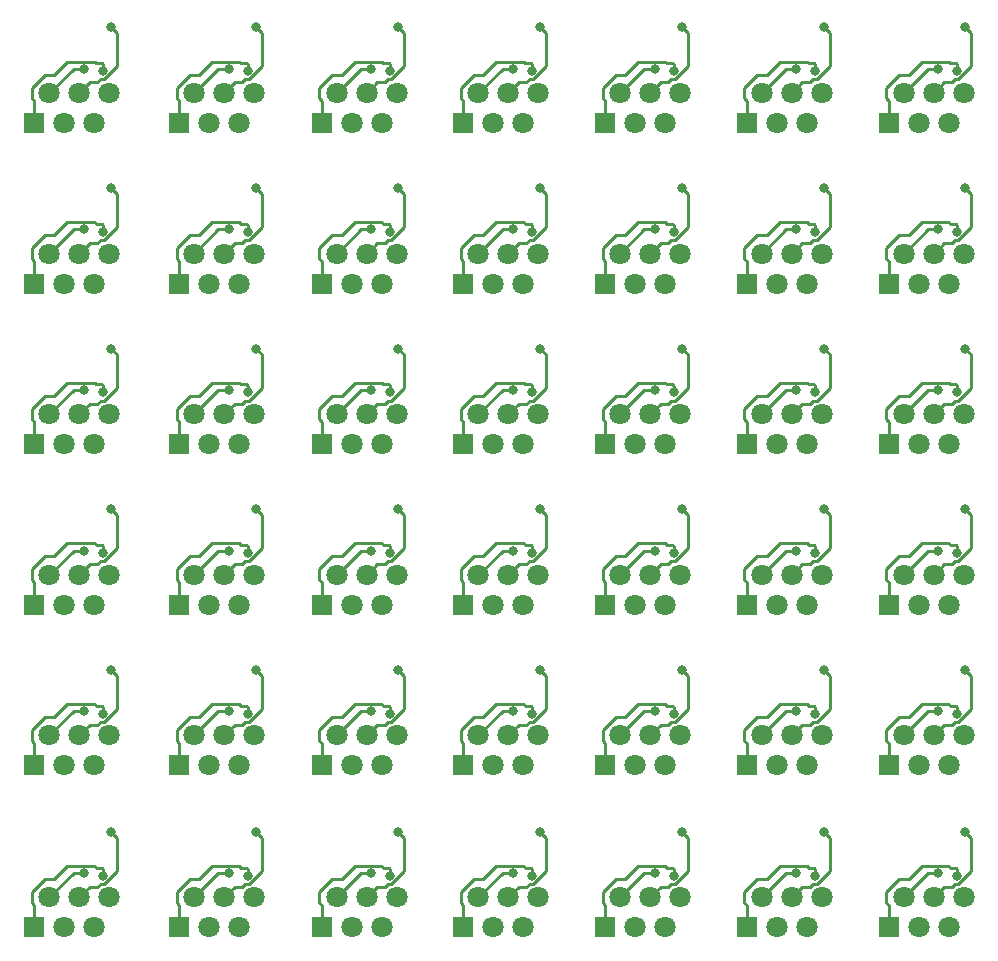
<source format=gbr>
G04 #@! TF.GenerationSoftware,KiCad,Pcbnew,5.0.2-bee76a0~70~ubuntu18.04.1*
G04 #@! TF.CreationDate,2019-05-10T19:11:01+02:00*
G04 #@! TF.ProjectId,spi_connector_board_5x5_panel,7370695f-636f-46e6-9e65-63746f725f62,rev?*
G04 #@! TF.SameCoordinates,Original*
G04 #@! TF.FileFunction,Copper,L2,Bot*
G04 #@! TF.FilePolarity,Positive*
%FSLAX46Y46*%
G04 Gerber Fmt 4.6, Leading zero omitted, Abs format (unit mm)*
G04 Created by KiCad (PCBNEW 5.0.2-bee76a0~70~ubuntu18.04.1) date Fr 10 Mai 2019 19:11:01 CEST*
%MOMM*%
%LPD*%
G01*
G04 APERTURE LIST*
G04 #@! TA.AperFunction,ComponentPad*
%ADD10C,1.800000*%
G04 #@! TD*
G04 #@! TA.AperFunction,ComponentPad*
%ADD11R,1.800000X1.800000*%
G04 #@! TD*
G04 #@! TA.AperFunction,ViaPad*
%ADD12C,0.800000*%
G04 #@! TD*
G04 #@! TA.AperFunction,Conductor*
%ADD13C,0.250000*%
G04 #@! TD*
G04 APERTURE END LIST*
D10*
G04 #@! TO.P,REF\002A\002A,6*
G04 #@! TO.N,N/C*
X104172500Y-92991500D03*
G04 #@! TO.P,REF\002A\002A,5*
X102902500Y-95531500D03*
D11*
G04 #@! TO.P,REF\002A\002A,1*
X97822500Y-95531500D03*
D10*
G04 #@! TO.P,REF\002A\002A,2*
X99092500Y-92991500D03*
G04 #@! TO.P,REF\002A\002A,3*
X100362500Y-95531500D03*
G04 #@! TO.P,REF\002A\002A,4*
X101632500Y-92991500D03*
G04 #@! TD*
G04 #@! TO.P,REF\002A\002A,4*
G04 #@! TO.N,N/C*
X101632500Y-65791500D03*
G04 #@! TO.P,REF\002A\002A,3*
X100362500Y-68331500D03*
G04 #@! TO.P,REF\002A\002A,2*
X99092500Y-65791500D03*
D11*
G04 #@! TO.P,REF\002A\002A,1*
X97822500Y-68331500D03*
D10*
G04 #@! TO.P,REF\002A\002A,5*
X102902500Y-68331500D03*
G04 #@! TO.P,REF\002A\002A,6*
X104172500Y-65791500D03*
G04 #@! TD*
G04 #@! TO.P,REF\002A\002A,4*
G04 #@! TO.N,N/C*
X101632500Y-133907500D03*
G04 #@! TO.P,REF\002A\002A,3*
X100362500Y-136447500D03*
G04 #@! TO.P,REF\002A\002A,2*
X99092500Y-133907500D03*
D11*
G04 #@! TO.P,REF\002A\002A,1*
X97822500Y-136447500D03*
D10*
G04 #@! TO.P,REF\002A\002A,5*
X102902500Y-136447500D03*
G04 #@! TO.P,REF\002A\002A,6*
X104172500Y-133907500D03*
G04 #@! TD*
G04 #@! TO.P,REF\002A\002A,6*
G04 #@! TO.N,N/C*
X104172500Y-106591500D03*
G04 #@! TO.P,REF\002A\002A,5*
X102902500Y-109131500D03*
D11*
G04 #@! TO.P,REF\002A\002A,1*
X97822500Y-109131500D03*
D10*
G04 #@! TO.P,REF\002A\002A,2*
X99092500Y-106591500D03*
G04 #@! TO.P,REF\002A\002A,3*
X100362500Y-109131500D03*
G04 #@! TO.P,REF\002A\002A,4*
X101632500Y-106591500D03*
G04 #@! TD*
G04 #@! TO.P,REF\002A\002A,6*
G04 #@! TO.N,N/C*
X104172500Y-120191500D03*
G04 #@! TO.P,REF\002A\002A,5*
X102902500Y-122731500D03*
D11*
G04 #@! TO.P,REF\002A\002A,1*
X97822500Y-122731500D03*
D10*
G04 #@! TO.P,REF\002A\002A,2*
X99092500Y-120191500D03*
G04 #@! TO.P,REF\002A\002A,3*
X100362500Y-122731500D03*
G04 #@! TO.P,REF\002A\002A,4*
X101632500Y-120191500D03*
G04 #@! TD*
G04 #@! TO.P,REF\002A\002A,6*
G04 #@! TO.N,N/C*
X104172500Y-79391500D03*
G04 #@! TO.P,REF\002A\002A,5*
X102902500Y-81931500D03*
D11*
G04 #@! TO.P,REF\002A\002A,1*
X97822500Y-81931500D03*
D10*
G04 #@! TO.P,REF\002A\002A,2*
X99092500Y-79391500D03*
G04 #@! TO.P,REF\002A\002A,3*
X100362500Y-81931500D03*
G04 #@! TO.P,REF\002A\002A,4*
X101632500Y-79391500D03*
G04 #@! TD*
G04 #@! TO.P,REF\002A\002A,4*
G04 #@! TO.N,N/C*
X137953000Y-133907500D03*
G04 #@! TO.P,REF\002A\002A,3*
X136683000Y-136447500D03*
G04 #@! TO.P,REF\002A\002A,2*
X135413000Y-133907500D03*
D11*
G04 #@! TO.P,REF\002A\002A,1*
X134143000Y-136447500D03*
D10*
G04 #@! TO.P,REF\002A\002A,5*
X139223000Y-136447500D03*
G04 #@! TO.P,REF\002A\002A,6*
X140493000Y-133907500D03*
G04 #@! TD*
G04 #@! TO.P,REF\002A\002A,4*
G04 #@! TO.N,N/C*
X125953000Y-133907500D03*
G04 #@! TO.P,REF\002A\002A,3*
X124683000Y-136447500D03*
G04 #@! TO.P,REF\002A\002A,2*
X123413000Y-133907500D03*
D11*
G04 #@! TO.P,REF\002A\002A,1*
X122143000Y-136447500D03*
D10*
G04 #@! TO.P,REF\002A\002A,5*
X127223000Y-136447500D03*
G04 #@! TO.P,REF\002A\002A,6*
X128493000Y-133907500D03*
G04 #@! TD*
G04 #@! TO.P,REF\002A\002A,4*
G04 #@! TO.N,N/C*
X161953000Y-133907500D03*
G04 #@! TO.P,REF\002A\002A,3*
X160683000Y-136447500D03*
G04 #@! TO.P,REF\002A\002A,2*
X159413000Y-133907500D03*
D11*
G04 #@! TO.P,REF\002A\002A,1*
X158143000Y-136447500D03*
D10*
G04 #@! TO.P,REF\002A\002A,5*
X163223000Y-136447500D03*
G04 #@! TO.P,REF\002A\002A,6*
X164493000Y-133907500D03*
G04 #@! TD*
G04 #@! TO.P,REF\002A\002A,4*
G04 #@! TO.N,N/C*
X149953000Y-133907500D03*
G04 #@! TO.P,REF\002A\002A,3*
X148683000Y-136447500D03*
G04 #@! TO.P,REF\002A\002A,2*
X147413000Y-133907500D03*
D11*
G04 #@! TO.P,REF\002A\002A,1*
X146143000Y-136447500D03*
D10*
G04 #@! TO.P,REF\002A\002A,5*
X151223000Y-136447500D03*
G04 #@! TO.P,REF\002A\002A,6*
X152493000Y-133907500D03*
G04 #@! TD*
G04 #@! TO.P,REF\002A\002A,4*
G04 #@! TO.N,N/C*
X173953000Y-133907500D03*
G04 #@! TO.P,REF\002A\002A,3*
X172683000Y-136447500D03*
G04 #@! TO.P,REF\002A\002A,2*
X171413000Y-133907500D03*
D11*
G04 #@! TO.P,REF\002A\002A,1*
X170143000Y-136447500D03*
D10*
G04 #@! TO.P,REF\002A\002A,5*
X175223000Y-136447500D03*
G04 #@! TO.P,REF\002A\002A,6*
X176493000Y-133907500D03*
G04 #@! TD*
G04 #@! TO.P,REF\002A\002A,6*
G04 #@! TO.N,N/C*
X116428000Y-133907500D03*
G04 #@! TO.P,REF\002A\002A,5*
X115158000Y-136447500D03*
D11*
G04 #@! TO.P,REF\002A\002A,1*
X110078000Y-136447500D03*
D10*
G04 #@! TO.P,REF\002A\002A,2*
X111348000Y-133907500D03*
G04 #@! TO.P,REF\002A\002A,3*
X112618000Y-136447500D03*
G04 #@! TO.P,REF\002A\002A,4*
X113888000Y-133907500D03*
G04 #@! TD*
G04 #@! TO.P,REF\002A\002A,6*
G04 #@! TO.N,N/C*
X116428000Y-65791500D03*
G04 #@! TO.P,REF\002A\002A,5*
X115158000Y-68331500D03*
D11*
G04 #@! TO.P,REF\002A\002A,1*
X110078000Y-68331500D03*
D10*
G04 #@! TO.P,REF\002A\002A,2*
X111348000Y-65791500D03*
G04 #@! TO.P,REF\002A\002A,3*
X112618000Y-68331500D03*
G04 #@! TO.P,REF\002A\002A,4*
X113888000Y-65791500D03*
G04 #@! TD*
G04 #@! TO.P,REF\002A\002A,4*
G04 #@! TO.N,N/C*
X113888000Y-120191500D03*
G04 #@! TO.P,REF\002A\002A,3*
X112618000Y-122731500D03*
G04 #@! TO.P,REF\002A\002A,2*
X111348000Y-120191500D03*
D11*
G04 #@! TO.P,REF\002A\002A,1*
X110078000Y-122731500D03*
D10*
G04 #@! TO.P,REF\002A\002A,5*
X115158000Y-122731500D03*
G04 #@! TO.P,REF\002A\002A,6*
X116428000Y-120191500D03*
G04 #@! TD*
G04 #@! TO.P,REF\002A\002A,4*
G04 #@! TO.N,N/C*
X113888000Y-79391500D03*
G04 #@! TO.P,REF\002A\002A,3*
X112618000Y-81931500D03*
G04 #@! TO.P,REF\002A\002A,2*
X111348000Y-79391500D03*
D11*
G04 #@! TO.P,REF\002A\002A,1*
X110078000Y-81931500D03*
D10*
G04 #@! TO.P,REF\002A\002A,5*
X115158000Y-81931500D03*
G04 #@! TO.P,REF\002A\002A,6*
X116428000Y-79391500D03*
G04 #@! TD*
G04 #@! TO.P,REF\002A\002A,4*
G04 #@! TO.N,N/C*
X113888000Y-92991500D03*
G04 #@! TO.P,REF\002A\002A,3*
X112618000Y-95531500D03*
G04 #@! TO.P,REF\002A\002A,2*
X111348000Y-92991500D03*
D11*
G04 #@! TO.P,REF\002A\002A,1*
X110078000Y-95531500D03*
D10*
G04 #@! TO.P,REF\002A\002A,5*
X115158000Y-95531500D03*
G04 #@! TO.P,REF\002A\002A,6*
X116428000Y-92991500D03*
G04 #@! TD*
G04 #@! TO.P,REF\002A\002A,4*
G04 #@! TO.N,N/C*
X113888000Y-106591500D03*
G04 #@! TO.P,REF\002A\002A,3*
X112618000Y-109131500D03*
G04 #@! TO.P,REF\002A\002A,2*
X111348000Y-106591500D03*
D11*
G04 #@! TO.P,REF\002A\002A,1*
X110078000Y-109131500D03*
D10*
G04 #@! TO.P,REF\002A\002A,5*
X115158000Y-109131500D03*
G04 #@! TO.P,REF\002A\002A,6*
X116428000Y-106591500D03*
G04 #@! TD*
G04 #@! TO.P,REF\002A\002A,6*
G04 #@! TO.N,N/C*
X176493000Y-120191500D03*
G04 #@! TO.P,REF\002A\002A,5*
X175223000Y-122731500D03*
D11*
G04 #@! TO.P,REF\002A\002A,1*
X170143000Y-122731500D03*
D10*
G04 #@! TO.P,REF\002A\002A,2*
X171413000Y-120191500D03*
G04 #@! TO.P,REF\002A\002A,3*
X172683000Y-122731500D03*
G04 #@! TO.P,REF\002A\002A,4*
X173953000Y-120191500D03*
G04 #@! TD*
G04 #@! TO.P,REF\002A\002A,6*
G04 #@! TO.N,N/C*
X164493000Y-120191500D03*
G04 #@! TO.P,REF\002A\002A,5*
X163223000Y-122731500D03*
D11*
G04 #@! TO.P,REF\002A\002A,1*
X158143000Y-122731500D03*
D10*
G04 #@! TO.P,REF\002A\002A,2*
X159413000Y-120191500D03*
G04 #@! TO.P,REF\002A\002A,3*
X160683000Y-122731500D03*
G04 #@! TO.P,REF\002A\002A,4*
X161953000Y-120191500D03*
G04 #@! TD*
G04 #@! TO.P,REF\002A\002A,6*
G04 #@! TO.N,N/C*
X152493000Y-120191500D03*
G04 #@! TO.P,REF\002A\002A,5*
X151223000Y-122731500D03*
D11*
G04 #@! TO.P,REF\002A\002A,1*
X146143000Y-122731500D03*
D10*
G04 #@! TO.P,REF\002A\002A,2*
X147413000Y-120191500D03*
G04 #@! TO.P,REF\002A\002A,3*
X148683000Y-122731500D03*
G04 #@! TO.P,REF\002A\002A,4*
X149953000Y-120191500D03*
G04 #@! TD*
G04 #@! TO.P,REF\002A\002A,6*
G04 #@! TO.N,N/C*
X140493000Y-120191500D03*
G04 #@! TO.P,REF\002A\002A,5*
X139223000Y-122731500D03*
D11*
G04 #@! TO.P,REF\002A\002A,1*
X134143000Y-122731500D03*
D10*
G04 #@! TO.P,REF\002A\002A,2*
X135413000Y-120191500D03*
G04 #@! TO.P,REF\002A\002A,3*
X136683000Y-122731500D03*
G04 #@! TO.P,REF\002A\002A,4*
X137953000Y-120191500D03*
G04 #@! TD*
G04 #@! TO.P,REF\002A\002A,6*
G04 #@! TO.N,N/C*
X128493000Y-120191500D03*
G04 #@! TO.P,REF\002A\002A,5*
X127223000Y-122731500D03*
D11*
G04 #@! TO.P,REF\002A\002A,1*
X122143000Y-122731500D03*
D10*
G04 #@! TO.P,REF\002A\002A,2*
X123413000Y-120191500D03*
G04 #@! TO.P,REF\002A\002A,3*
X124683000Y-122731500D03*
G04 #@! TO.P,REF\002A\002A,4*
X125953000Y-120191500D03*
G04 #@! TD*
G04 #@! TO.P,REF\002A\002A,6*
G04 #@! TO.N,N/C*
X176493000Y-106591500D03*
G04 #@! TO.P,REF\002A\002A,5*
X175223000Y-109131500D03*
D11*
G04 #@! TO.P,REF\002A\002A,1*
X170143000Y-109131500D03*
D10*
G04 #@! TO.P,REF\002A\002A,2*
X171413000Y-106591500D03*
G04 #@! TO.P,REF\002A\002A,3*
X172683000Y-109131500D03*
G04 #@! TO.P,REF\002A\002A,4*
X173953000Y-106591500D03*
G04 #@! TD*
G04 #@! TO.P,REF\002A\002A,6*
G04 #@! TO.N,N/C*
X164493000Y-106591500D03*
G04 #@! TO.P,REF\002A\002A,5*
X163223000Y-109131500D03*
D11*
G04 #@! TO.P,REF\002A\002A,1*
X158143000Y-109131500D03*
D10*
G04 #@! TO.P,REF\002A\002A,2*
X159413000Y-106591500D03*
G04 #@! TO.P,REF\002A\002A,3*
X160683000Y-109131500D03*
G04 #@! TO.P,REF\002A\002A,4*
X161953000Y-106591500D03*
G04 #@! TD*
G04 #@! TO.P,REF\002A\002A,6*
G04 #@! TO.N,N/C*
X152493000Y-106591500D03*
G04 #@! TO.P,REF\002A\002A,5*
X151223000Y-109131500D03*
D11*
G04 #@! TO.P,REF\002A\002A,1*
X146143000Y-109131500D03*
D10*
G04 #@! TO.P,REF\002A\002A,2*
X147413000Y-106591500D03*
G04 #@! TO.P,REF\002A\002A,3*
X148683000Y-109131500D03*
G04 #@! TO.P,REF\002A\002A,4*
X149953000Y-106591500D03*
G04 #@! TD*
G04 #@! TO.P,REF\002A\002A,6*
G04 #@! TO.N,N/C*
X140493000Y-106591500D03*
G04 #@! TO.P,REF\002A\002A,5*
X139223000Y-109131500D03*
D11*
G04 #@! TO.P,REF\002A\002A,1*
X134143000Y-109131500D03*
D10*
G04 #@! TO.P,REF\002A\002A,2*
X135413000Y-106591500D03*
G04 #@! TO.P,REF\002A\002A,3*
X136683000Y-109131500D03*
G04 #@! TO.P,REF\002A\002A,4*
X137953000Y-106591500D03*
G04 #@! TD*
G04 #@! TO.P,REF\002A\002A,6*
G04 #@! TO.N,N/C*
X128493000Y-106591500D03*
G04 #@! TO.P,REF\002A\002A,5*
X127223000Y-109131500D03*
D11*
G04 #@! TO.P,REF\002A\002A,1*
X122143000Y-109131500D03*
D10*
G04 #@! TO.P,REF\002A\002A,2*
X123413000Y-106591500D03*
G04 #@! TO.P,REF\002A\002A,3*
X124683000Y-109131500D03*
G04 #@! TO.P,REF\002A\002A,4*
X125953000Y-106591500D03*
G04 #@! TD*
G04 #@! TO.P,REF\002A\002A,6*
G04 #@! TO.N,N/C*
X176493000Y-92991500D03*
G04 #@! TO.P,REF\002A\002A,5*
X175223000Y-95531500D03*
D11*
G04 #@! TO.P,REF\002A\002A,1*
X170143000Y-95531500D03*
D10*
G04 #@! TO.P,REF\002A\002A,2*
X171413000Y-92991500D03*
G04 #@! TO.P,REF\002A\002A,3*
X172683000Y-95531500D03*
G04 #@! TO.P,REF\002A\002A,4*
X173953000Y-92991500D03*
G04 #@! TD*
G04 #@! TO.P,REF\002A\002A,6*
G04 #@! TO.N,N/C*
X164493000Y-92991500D03*
G04 #@! TO.P,REF\002A\002A,5*
X163223000Y-95531500D03*
D11*
G04 #@! TO.P,REF\002A\002A,1*
X158143000Y-95531500D03*
D10*
G04 #@! TO.P,REF\002A\002A,2*
X159413000Y-92991500D03*
G04 #@! TO.P,REF\002A\002A,3*
X160683000Y-95531500D03*
G04 #@! TO.P,REF\002A\002A,4*
X161953000Y-92991500D03*
G04 #@! TD*
G04 #@! TO.P,REF\002A\002A,6*
G04 #@! TO.N,N/C*
X152493000Y-92991500D03*
G04 #@! TO.P,REF\002A\002A,5*
X151223000Y-95531500D03*
D11*
G04 #@! TO.P,REF\002A\002A,1*
X146143000Y-95531500D03*
D10*
G04 #@! TO.P,REF\002A\002A,2*
X147413000Y-92991500D03*
G04 #@! TO.P,REF\002A\002A,3*
X148683000Y-95531500D03*
G04 #@! TO.P,REF\002A\002A,4*
X149953000Y-92991500D03*
G04 #@! TD*
G04 #@! TO.P,REF\002A\002A,6*
G04 #@! TO.N,N/C*
X140493000Y-92991500D03*
G04 #@! TO.P,REF\002A\002A,5*
X139223000Y-95531500D03*
D11*
G04 #@! TO.P,REF\002A\002A,1*
X134143000Y-95531500D03*
D10*
G04 #@! TO.P,REF\002A\002A,2*
X135413000Y-92991500D03*
G04 #@! TO.P,REF\002A\002A,3*
X136683000Y-95531500D03*
G04 #@! TO.P,REF\002A\002A,4*
X137953000Y-92991500D03*
G04 #@! TD*
G04 #@! TO.P,REF\002A\002A,6*
G04 #@! TO.N,N/C*
X128493000Y-92991500D03*
G04 #@! TO.P,REF\002A\002A,5*
X127223000Y-95531500D03*
D11*
G04 #@! TO.P,REF\002A\002A,1*
X122143000Y-95531500D03*
D10*
G04 #@! TO.P,REF\002A\002A,2*
X123413000Y-92991500D03*
G04 #@! TO.P,REF\002A\002A,3*
X124683000Y-95531500D03*
G04 #@! TO.P,REF\002A\002A,4*
X125953000Y-92991500D03*
G04 #@! TD*
G04 #@! TO.P,REF\002A\002A,6*
G04 #@! TO.N,N/C*
X176493000Y-79391500D03*
G04 #@! TO.P,REF\002A\002A,5*
X175223000Y-81931500D03*
D11*
G04 #@! TO.P,REF\002A\002A,1*
X170143000Y-81931500D03*
D10*
G04 #@! TO.P,REF\002A\002A,2*
X171413000Y-79391500D03*
G04 #@! TO.P,REF\002A\002A,3*
X172683000Y-81931500D03*
G04 #@! TO.P,REF\002A\002A,4*
X173953000Y-79391500D03*
G04 #@! TD*
G04 #@! TO.P,REF\002A\002A,6*
G04 #@! TO.N,N/C*
X164493000Y-79391500D03*
G04 #@! TO.P,REF\002A\002A,5*
X163223000Y-81931500D03*
D11*
G04 #@! TO.P,REF\002A\002A,1*
X158143000Y-81931500D03*
D10*
G04 #@! TO.P,REF\002A\002A,2*
X159413000Y-79391500D03*
G04 #@! TO.P,REF\002A\002A,3*
X160683000Y-81931500D03*
G04 #@! TO.P,REF\002A\002A,4*
X161953000Y-79391500D03*
G04 #@! TD*
G04 #@! TO.P,REF\002A\002A,6*
G04 #@! TO.N,N/C*
X152493000Y-79391500D03*
G04 #@! TO.P,REF\002A\002A,5*
X151223000Y-81931500D03*
D11*
G04 #@! TO.P,REF\002A\002A,1*
X146143000Y-81931500D03*
D10*
G04 #@! TO.P,REF\002A\002A,2*
X147413000Y-79391500D03*
G04 #@! TO.P,REF\002A\002A,3*
X148683000Y-81931500D03*
G04 #@! TO.P,REF\002A\002A,4*
X149953000Y-79391500D03*
G04 #@! TD*
G04 #@! TO.P,REF\002A\002A,6*
G04 #@! TO.N,N/C*
X140493000Y-79391500D03*
G04 #@! TO.P,REF\002A\002A,5*
X139223000Y-81931500D03*
D11*
G04 #@! TO.P,REF\002A\002A,1*
X134143000Y-81931500D03*
D10*
G04 #@! TO.P,REF\002A\002A,2*
X135413000Y-79391500D03*
G04 #@! TO.P,REF\002A\002A,3*
X136683000Y-81931500D03*
G04 #@! TO.P,REF\002A\002A,4*
X137953000Y-79391500D03*
G04 #@! TD*
G04 #@! TO.P,REF\002A\002A,6*
G04 #@! TO.N,N/C*
X128493000Y-79391500D03*
G04 #@! TO.P,REF\002A\002A,5*
X127223000Y-81931500D03*
D11*
G04 #@! TO.P,REF\002A\002A,1*
X122143000Y-81931500D03*
D10*
G04 #@! TO.P,REF\002A\002A,2*
X123413000Y-79391500D03*
G04 #@! TO.P,REF\002A\002A,3*
X124683000Y-81931500D03*
G04 #@! TO.P,REF\002A\002A,4*
X125953000Y-79391500D03*
G04 #@! TD*
G04 #@! TO.P,REF\002A\002A,6*
G04 #@! TO.N,N/C*
X176493000Y-65791500D03*
G04 #@! TO.P,REF\002A\002A,5*
X175223000Y-68331500D03*
D11*
G04 #@! TO.P,REF\002A\002A,1*
X170143000Y-68331500D03*
D10*
G04 #@! TO.P,REF\002A\002A,2*
X171413000Y-65791500D03*
G04 #@! TO.P,REF\002A\002A,3*
X172683000Y-68331500D03*
G04 #@! TO.P,REF\002A\002A,4*
X173953000Y-65791500D03*
G04 #@! TD*
G04 #@! TO.P,REF\002A\002A,6*
G04 #@! TO.N,N/C*
X164493000Y-65791500D03*
G04 #@! TO.P,REF\002A\002A,5*
X163223000Y-68331500D03*
D11*
G04 #@! TO.P,REF\002A\002A,1*
X158143000Y-68331500D03*
D10*
G04 #@! TO.P,REF\002A\002A,2*
X159413000Y-65791500D03*
G04 #@! TO.P,REF\002A\002A,3*
X160683000Y-68331500D03*
G04 #@! TO.P,REF\002A\002A,4*
X161953000Y-65791500D03*
G04 #@! TD*
G04 #@! TO.P,REF\002A\002A,6*
G04 #@! TO.N,N/C*
X152493000Y-65791500D03*
G04 #@! TO.P,REF\002A\002A,5*
X151223000Y-68331500D03*
D11*
G04 #@! TO.P,REF\002A\002A,1*
X146143000Y-68331500D03*
D10*
G04 #@! TO.P,REF\002A\002A,2*
X147413000Y-65791500D03*
G04 #@! TO.P,REF\002A\002A,3*
X148683000Y-68331500D03*
G04 #@! TO.P,REF\002A\002A,4*
X149953000Y-65791500D03*
G04 #@! TD*
G04 #@! TO.P,REF\002A\002A,6*
G04 #@! TO.N,N/C*
X140493000Y-65791500D03*
G04 #@! TO.P,REF\002A\002A,5*
X139223000Y-68331500D03*
D11*
G04 #@! TO.P,REF\002A\002A,1*
X134143000Y-68331500D03*
D10*
G04 #@! TO.P,REF\002A\002A,2*
X135413000Y-65791500D03*
G04 #@! TO.P,REF\002A\002A,3*
X136683000Y-68331500D03*
G04 #@! TO.P,REF\002A\002A,4*
X137953000Y-65791500D03*
G04 #@! TD*
G04 #@! TO.P,REF\002A\002A,4*
G04 #@! TO.N,N/C*
X125953000Y-65791500D03*
G04 #@! TO.P,REF\002A\002A,3*
X124683000Y-68331500D03*
G04 #@! TO.P,REF\002A\002A,2*
X123413000Y-65791500D03*
D11*
G04 #@! TO.P,REF\002A\002A,1*
X122143000Y-68331500D03*
D10*
G04 #@! TO.P,REF\002A\002A,5*
X127223000Y-68331500D03*
G04 #@! TO.P,REF\002A\002A,6*
X128493000Y-65791500D03*
G04 #@! TD*
D12*
G04 #@! TO.N,*
X126343000Y-63731500D03*
X127943000Y-63931500D03*
X128643000Y-60231500D03*
X140643000Y-60231500D03*
X152643000Y-60231500D03*
X164643000Y-60231500D03*
X176643000Y-60231500D03*
X128643000Y-73831500D03*
X140643000Y-73831500D03*
X152643000Y-73831500D03*
X164643000Y-73831500D03*
X176643000Y-73831500D03*
X128643000Y-87431500D03*
X140643000Y-87431500D03*
X152643000Y-87431500D03*
X164643000Y-87431500D03*
X176643000Y-87431500D03*
X128643000Y-101031500D03*
X140643000Y-101031500D03*
X152643000Y-101031500D03*
X164643000Y-101031500D03*
X176643000Y-101031500D03*
X128643000Y-114631500D03*
X140643000Y-114631500D03*
X152643000Y-114631500D03*
X164643000Y-114631500D03*
X176643000Y-114631500D03*
X139943000Y-63931500D03*
X151943000Y-63931500D03*
X163943000Y-63931500D03*
X175943000Y-63931500D03*
X127943000Y-77531500D03*
X139943000Y-77531500D03*
X151943000Y-77531500D03*
X163943000Y-77531500D03*
X175943000Y-77531500D03*
X127943000Y-91131500D03*
X139943000Y-91131500D03*
X151943000Y-91131500D03*
X163943000Y-91131500D03*
X175943000Y-91131500D03*
X127943000Y-104731500D03*
X139943000Y-104731500D03*
X151943000Y-104731500D03*
X163943000Y-104731500D03*
X175943000Y-104731500D03*
X127943000Y-118331500D03*
X139943000Y-118331500D03*
X151943000Y-118331500D03*
X163943000Y-118331500D03*
X175943000Y-118331500D03*
X138343000Y-63731500D03*
X150343000Y-63731500D03*
X162343000Y-63731500D03*
X174343000Y-63731500D03*
X126343000Y-77331500D03*
X138343000Y-77331500D03*
X150343000Y-77331500D03*
X162343000Y-77331500D03*
X174343000Y-77331500D03*
X126343000Y-90931500D03*
X138343000Y-90931500D03*
X150343000Y-90931500D03*
X162343000Y-90931500D03*
X174343000Y-90931500D03*
X126343000Y-104531500D03*
X138343000Y-104531500D03*
X150343000Y-104531500D03*
X162343000Y-104531500D03*
X174343000Y-104531500D03*
X126343000Y-118131500D03*
X138343000Y-118131500D03*
X150343000Y-118131500D03*
X162343000Y-118131500D03*
X174343000Y-118131500D03*
X115878000Y-104731500D03*
X115878000Y-91131500D03*
X116578000Y-114631500D03*
X116578000Y-101031500D03*
X116578000Y-87431500D03*
X116578000Y-73831500D03*
X115878000Y-118331500D03*
X115878000Y-77531500D03*
X116578000Y-60231500D03*
X115878000Y-63931500D03*
X114278000Y-77331500D03*
X114278000Y-90931500D03*
X114278000Y-104531500D03*
X114278000Y-118131500D03*
X114278000Y-63731500D03*
X176643000Y-128347500D03*
X152643000Y-128347500D03*
X164643000Y-128347500D03*
X128643000Y-128347500D03*
X140643000Y-128347500D03*
X175943000Y-132047500D03*
X151943000Y-132047500D03*
X163943000Y-132047500D03*
X127943000Y-132047500D03*
X139943000Y-132047500D03*
X126343000Y-131847500D03*
X138343000Y-131847500D03*
X150343000Y-131847500D03*
X162343000Y-131847500D03*
X174343000Y-131847500D03*
X114278000Y-131847500D03*
X115878000Y-132047500D03*
X116578000Y-128347500D03*
X104322500Y-101031500D03*
X102022500Y-104531500D03*
X102022500Y-90931500D03*
X104322500Y-87431500D03*
X102022500Y-77331500D03*
X103622500Y-63931500D03*
X103622500Y-132047500D03*
X104322500Y-73831500D03*
X102022500Y-131847500D03*
X102022500Y-118131500D03*
X103622500Y-77531500D03*
X102022500Y-63731500D03*
X104322500Y-128347500D03*
X103622500Y-104731500D03*
X103622500Y-118331500D03*
X104322500Y-60231500D03*
X104322500Y-114631500D03*
X103622500Y-91131500D03*
G04 #@! TD*
D13*
G04 #@! TO.N,*
X125473000Y-63731500D02*
X123413000Y-65791500D01*
X126343000Y-63731500D02*
X125473000Y-63731500D01*
X127943000Y-63365815D02*
X127843000Y-63265815D01*
X127943000Y-63931500D02*
X127943000Y-63365815D01*
X122143000Y-66431500D02*
X122143000Y-68331500D01*
X121943000Y-66231500D02*
X122143000Y-66431500D01*
X126852999Y-64891501D02*
X127482999Y-64891501D01*
X125953000Y-65791500D02*
X126852999Y-64891501D01*
X127482999Y-64891501D02*
X127743000Y-64631500D01*
X127743000Y-64631500D02*
X128043000Y-64631500D01*
X128043000Y-64631500D02*
X129143000Y-63531500D01*
X129143000Y-60731500D02*
X128643000Y-60231500D01*
X129143000Y-63531500D02*
X129143000Y-60731500D01*
X127843000Y-63265815D02*
X127377315Y-63265815D01*
X127377315Y-63265815D02*
X127243000Y-63131500D01*
X127243000Y-63131500D02*
X124943000Y-63131500D01*
X124943000Y-63131500D02*
X123843000Y-64231500D01*
X121943000Y-66231500D02*
X121943000Y-65331500D01*
X123043000Y-64231500D02*
X123843000Y-64231500D01*
X121943000Y-65331500D02*
X123043000Y-64231500D01*
X139243000Y-63131500D02*
X136943000Y-63131500D01*
X151243000Y-63131500D02*
X148943000Y-63131500D01*
X163243000Y-63131500D02*
X160943000Y-63131500D01*
X175243000Y-63131500D02*
X172943000Y-63131500D01*
X127243000Y-76731500D02*
X124943000Y-76731500D01*
X139243000Y-76731500D02*
X136943000Y-76731500D01*
X151243000Y-76731500D02*
X148943000Y-76731500D01*
X163243000Y-76731500D02*
X160943000Y-76731500D01*
X175243000Y-76731500D02*
X172943000Y-76731500D01*
X127243000Y-90331500D02*
X124943000Y-90331500D01*
X139243000Y-90331500D02*
X136943000Y-90331500D01*
X151243000Y-90331500D02*
X148943000Y-90331500D01*
X163243000Y-90331500D02*
X160943000Y-90331500D01*
X175243000Y-90331500D02*
X172943000Y-90331500D01*
X127243000Y-103931500D02*
X124943000Y-103931500D01*
X139243000Y-103931500D02*
X136943000Y-103931500D01*
X151243000Y-103931500D02*
X148943000Y-103931500D01*
X163243000Y-103931500D02*
X160943000Y-103931500D01*
X175243000Y-103931500D02*
X172943000Y-103931500D01*
X127243000Y-117531500D02*
X124943000Y-117531500D01*
X139243000Y-117531500D02*
X136943000Y-117531500D01*
X151243000Y-117531500D02*
X148943000Y-117531500D01*
X163243000Y-117531500D02*
X160943000Y-117531500D01*
X175243000Y-117531500D02*
X172943000Y-117531500D01*
X136943000Y-63131500D02*
X135843000Y-64231500D01*
X148943000Y-63131500D02*
X147843000Y-64231500D01*
X160943000Y-63131500D02*
X159843000Y-64231500D01*
X172943000Y-63131500D02*
X171843000Y-64231500D01*
X124943000Y-76731500D02*
X123843000Y-77831500D01*
X136943000Y-76731500D02*
X135843000Y-77831500D01*
X148943000Y-76731500D02*
X147843000Y-77831500D01*
X160943000Y-76731500D02*
X159843000Y-77831500D01*
X172943000Y-76731500D02*
X171843000Y-77831500D01*
X124943000Y-90331500D02*
X123843000Y-91431500D01*
X136943000Y-90331500D02*
X135843000Y-91431500D01*
X148943000Y-90331500D02*
X147843000Y-91431500D01*
X160943000Y-90331500D02*
X159843000Y-91431500D01*
X172943000Y-90331500D02*
X171843000Y-91431500D01*
X124943000Y-103931500D02*
X123843000Y-105031500D01*
X136943000Y-103931500D02*
X135843000Y-105031500D01*
X148943000Y-103931500D02*
X147843000Y-105031500D01*
X160943000Y-103931500D02*
X159843000Y-105031500D01*
X172943000Y-103931500D02*
X171843000Y-105031500D01*
X124943000Y-117531500D02*
X123843000Y-118631500D01*
X136943000Y-117531500D02*
X135843000Y-118631500D01*
X148943000Y-117531500D02*
X147843000Y-118631500D01*
X160943000Y-117531500D02*
X159843000Y-118631500D01*
X172943000Y-117531500D02*
X171843000Y-118631500D01*
X139743000Y-64631500D02*
X140043000Y-64631500D01*
X151743000Y-64631500D02*
X152043000Y-64631500D01*
X163743000Y-64631500D02*
X164043000Y-64631500D01*
X175743000Y-64631500D02*
X176043000Y-64631500D01*
X127743000Y-78231500D02*
X128043000Y-78231500D01*
X139743000Y-78231500D02*
X140043000Y-78231500D01*
X151743000Y-78231500D02*
X152043000Y-78231500D01*
X163743000Y-78231500D02*
X164043000Y-78231500D01*
X175743000Y-78231500D02*
X176043000Y-78231500D01*
X127743000Y-91831500D02*
X128043000Y-91831500D01*
X139743000Y-91831500D02*
X140043000Y-91831500D01*
X151743000Y-91831500D02*
X152043000Y-91831500D01*
X163743000Y-91831500D02*
X164043000Y-91831500D01*
X175743000Y-91831500D02*
X176043000Y-91831500D01*
X127743000Y-105431500D02*
X128043000Y-105431500D01*
X139743000Y-105431500D02*
X140043000Y-105431500D01*
X151743000Y-105431500D02*
X152043000Y-105431500D01*
X163743000Y-105431500D02*
X164043000Y-105431500D01*
X175743000Y-105431500D02*
X176043000Y-105431500D01*
X127743000Y-119031500D02*
X128043000Y-119031500D01*
X139743000Y-119031500D02*
X140043000Y-119031500D01*
X151743000Y-119031500D02*
X152043000Y-119031500D01*
X163743000Y-119031500D02*
X164043000Y-119031500D01*
X175743000Y-119031500D02*
X176043000Y-119031500D01*
X140043000Y-64631500D02*
X141143000Y-63531500D01*
X152043000Y-64631500D02*
X153143000Y-63531500D01*
X164043000Y-64631500D02*
X165143000Y-63531500D01*
X176043000Y-64631500D02*
X177143000Y-63531500D01*
X128043000Y-78231500D02*
X129143000Y-77131500D01*
X140043000Y-78231500D02*
X141143000Y-77131500D01*
X152043000Y-78231500D02*
X153143000Y-77131500D01*
X164043000Y-78231500D02*
X165143000Y-77131500D01*
X176043000Y-78231500D02*
X177143000Y-77131500D01*
X128043000Y-91831500D02*
X129143000Y-90731500D01*
X140043000Y-91831500D02*
X141143000Y-90731500D01*
X152043000Y-91831500D02*
X153143000Y-90731500D01*
X164043000Y-91831500D02*
X165143000Y-90731500D01*
X176043000Y-91831500D02*
X177143000Y-90731500D01*
X128043000Y-105431500D02*
X129143000Y-104331500D01*
X140043000Y-105431500D02*
X141143000Y-104331500D01*
X152043000Y-105431500D02*
X153143000Y-104331500D01*
X164043000Y-105431500D02*
X165143000Y-104331500D01*
X176043000Y-105431500D02*
X177143000Y-104331500D01*
X128043000Y-119031500D02*
X129143000Y-117931500D01*
X140043000Y-119031500D02*
X141143000Y-117931500D01*
X152043000Y-119031500D02*
X153143000Y-117931500D01*
X164043000Y-119031500D02*
X165143000Y-117931500D01*
X176043000Y-119031500D02*
X177143000Y-117931500D01*
X138852999Y-64891501D02*
X139482999Y-64891501D01*
X150852999Y-64891501D02*
X151482999Y-64891501D01*
X162852999Y-64891501D02*
X163482999Y-64891501D01*
X174852999Y-64891501D02*
X175482999Y-64891501D01*
X126852999Y-78491501D02*
X127482999Y-78491501D01*
X138852999Y-78491501D02*
X139482999Y-78491501D01*
X150852999Y-78491501D02*
X151482999Y-78491501D01*
X162852999Y-78491501D02*
X163482999Y-78491501D01*
X174852999Y-78491501D02*
X175482999Y-78491501D01*
X126852999Y-92091501D02*
X127482999Y-92091501D01*
X138852999Y-92091501D02*
X139482999Y-92091501D01*
X150852999Y-92091501D02*
X151482999Y-92091501D01*
X162852999Y-92091501D02*
X163482999Y-92091501D01*
X174852999Y-92091501D02*
X175482999Y-92091501D01*
X126852999Y-105691501D02*
X127482999Y-105691501D01*
X138852999Y-105691501D02*
X139482999Y-105691501D01*
X150852999Y-105691501D02*
X151482999Y-105691501D01*
X162852999Y-105691501D02*
X163482999Y-105691501D01*
X174852999Y-105691501D02*
X175482999Y-105691501D01*
X126852999Y-119291501D02*
X127482999Y-119291501D01*
X138852999Y-119291501D02*
X139482999Y-119291501D01*
X150852999Y-119291501D02*
X151482999Y-119291501D01*
X162852999Y-119291501D02*
X163482999Y-119291501D01*
X174852999Y-119291501D02*
X175482999Y-119291501D01*
X141143000Y-60731500D02*
X140643000Y-60231500D01*
X153143000Y-60731500D02*
X152643000Y-60231500D01*
X165143000Y-60731500D02*
X164643000Y-60231500D01*
X177143000Y-60731500D02*
X176643000Y-60231500D01*
X129143000Y-74331500D02*
X128643000Y-73831500D01*
X141143000Y-74331500D02*
X140643000Y-73831500D01*
X153143000Y-74331500D02*
X152643000Y-73831500D01*
X165143000Y-74331500D02*
X164643000Y-73831500D01*
X177143000Y-74331500D02*
X176643000Y-73831500D01*
X129143000Y-87931500D02*
X128643000Y-87431500D01*
X141143000Y-87931500D02*
X140643000Y-87431500D01*
X153143000Y-87931500D02*
X152643000Y-87431500D01*
X165143000Y-87931500D02*
X164643000Y-87431500D01*
X177143000Y-87931500D02*
X176643000Y-87431500D01*
X129143000Y-101531500D02*
X128643000Y-101031500D01*
X141143000Y-101531500D02*
X140643000Y-101031500D01*
X153143000Y-101531500D02*
X152643000Y-101031500D01*
X165143000Y-101531500D02*
X164643000Y-101031500D01*
X177143000Y-101531500D02*
X176643000Y-101031500D01*
X129143000Y-115131500D02*
X128643000Y-114631500D01*
X141143000Y-115131500D02*
X140643000Y-114631500D01*
X153143000Y-115131500D02*
X152643000Y-114631500D01*
X165143000Y-115131500D02*
X164643000Y-114631500D01*
X177143000Y-115131500D02*
X176643000Y-114631500D01*
X139377315Y-63265815D02*
X139243000Y-63131500D01*
X151377315Y-63265815D02*
X151243000Y-63131500D01*
X163377315Y-63265815D02*
X163243000Y-63131500D01*
X175377315Y-63265815D02*
X175243000Y-63131500D01*
X127377315Y-76865815D02*
X127243000Y-76731500D01*
X139377315Y-76865815D02*
X139243000Y-76731500D01*
X151377315Y-76865815D02*
X151243000Y-76731500D01*
X163377315Y-76865815D02*
X163243000Y-76731500D01*
X175377315Y-76865815D02*
X175243000Y-76731500D01*
X127377315Y-90465815D02*
X127243000Y-90331500D01*
X139377315Y-90465815D02*
X139243000Y-90331500D01*
X151377315Y-90465815D02*
X151243000Y-90331500D01*
X163377315Y-90465815D02*
X163243000Y-90331500D01*
X175377315Y-90465815D02*
X175243000Y-90331500D01*
X127377315Y-104065815D02*
X127243000Y-103931500D01*
X139377315Y-104065815D02*
X139243000Y-103931500D01*
X151377315Y-104065815D02*
X151243000Y-103931500D01*
X163377315Y-104065815D02*
X163243000Y-103931500D01*
X175377315Y-104065815D02*
X175243000Y-103931500D01*
X127377315Y-117665815D02*
X127243000Y-117531500D01*
X139377315Y-117665815D02*
X139243000Y-117531500D01*
X151377315Y-117665815D02*
X151243000Y-117531500D01*
X163377315Y-117665815D02*
X163243000Y-117531500D01*
X175377315Y-117665815D02*
X175243000Y-117531500D01*
X141143000Y-63531500D02*
X141143000Y-60731500D01*
X153143000Y-63531500D02*
X153143000Y-60731500D01*
X165143000Y-63531500D02*
X165143000Y-60731500D01*
X177143000Y-63531500D02*
X177143000Y-60731500D01*
X129143000Y-77131500D02*
X129143000Y-74331500D01*
X141143000Y-77131500D02*
X141143000Y-74331500D01*
X153143000Y-77131500D02*
X153143000Y-74331500D01*
X165143000Y-77131500D02*
X165143000Y-74331500D01*
X177143000Y-77131500D02*
X177143000Y-74331500D01*
X129143000Y-90731500D02*
X129143000Y-87931500D01*
X141143000Y-90731500D02*
X141143000Y-87931500D01*
X153143000Y-90731500D02*
X153143000Y-87931500D01*
X165143000Y-90731500D02*
X165143000Y-87931500D01*
X177143000Y-90731500D02*
X177143000Y-87931500D01*
X129143000Y-104331500D02*
X129143000Y-101531500D01*
X141143000Y-104331500D02*
X141143000Y-101531500D01*
X153143000Y-104331500D02*
X153143000Y-101531500D01*
X165143000Y-104331500D02*
X165143000Y-101531500D01*
X177143000Y-104331500D02*
X177143000Y-101531500D01*
X129143000Y-117931500D02*
X129143000Y-115131500D01*
X141143000Y-117931500D02*
X141143000Y-115131500D01*
X153143000Y-117931500D02*
X153143000Y-115131500D01*
X165143000Y-117931500D02*
X165143000Y-115131500D01*
X177143000Y-117931500D02*
X177143000Y-115131500D01*
X133943000Y-66231500D02*
X134143000Y-66431500D01*
X145943000Y-66231500D02*
X146143000Y-66431500D01*
X157943000Y-66231500D02*
X158143000Y-66431500D01*
X169943000Y-66231500D02*
X170143000Y-66431500D01*
X121943000Y-79831500D02*
X122143000Y-80031500D01*
X133943000Y-79831500D02*
X134143000Y-80031500D01*
X145943000Y-79831500D02*
X146143000Y-80031500D01*
X157943000Y-79831500D02*
X158143000Y-80031500D01*
X169943000Y-79831500D02*
X170143000Y-80031500D01*
X121943000Y-93431500D02*
X122143000Y-93631500D01*
X133943000Y-93431500D02*
X134143000Y-93631500D01*
X145943000Y-93431500D02*
X146143000Y-93631500D01*
X157943000Y-93431500D02*
X158143000Y-93631500D01*
X169943000Y-93431500D02*
X170143000Y-93631500D01*
X121943000Y-107031500D02*
X122143000Y-107231500D01*
X133943000Y-107031500D02*
X134143000Y-107231500D01*
X145943000Y-107031500D02*
X146143000Y-107231500D01*
X157943000Y-107031500D02*
X158143000Y-107231500D01*
X169943000Y-107031500D02*
X170143000Y-107231500D01*
X121943000Y-120631500D02*
X122143000Y-120831500D01*
X133943000Y-120631500D02*
X134143000Y-120831500D01*
X145943000Y-120631500D02*
X146143000Y-120831500D01*
X157943000Y-120631500D02*
X158143000Y-120831500D01*
X169943000Y-120631500D02*
X170143000Y-120831500D01*
X133943000Y-66231500D02*
X133943000Y-65331500D01*
X145943000Y-66231500D02*
X145943000Y-65331500D01*
X157943000Y-66231500D02*
X157943000Y-65331500D01*
X169943000Y-66231500D02*
X169943000Y-65331500D01*
X121943000Y-79831500D02*
X121943000Y-78931500D01*
X133943000Y-79831500D02*
X133943000Y-78931500D01*
X145943000Y-79831500D02*
X145943000Y-78931500D01*
X157943000Y-79831500D02*
X157943000Y-78931500D01*
X169943000Y-79831500D02*
X169943000Y-78931500D01*
X121943000Y-93431500D02*
X121943000Y-92531500D01*
X133943000Y-93431500D02*
X133943000Y-92531500D01*
X145943000Y-93431500D02*
X145943000Y-92531500D01*
X157943000Y-93431500D02*
X157943000Y-92531500D01*
X169943000Y-93431500D02*
X169943000Y-92531500D01*
X121943000Y-107031500D02*
X121943000Y-106131500D01*
X133943000Y-107031500D02*
X133943000Y-106131500D01*
X145943000Y-107031500D02*
X145943000Y-106131500D01*
X157943000Y-107031500D02*
X157943000Y-106131500D01*
X169943000Y-107031500D02*
X169943000Y-106131500D01*
X121943000Y-120631500D02*
X121943000Y-119731500D01*
X133943000Y-120631500D02*
X133943000Y-119731500D01*
X145943000Y-120631500D02*
X145943000Y-119731500D01*
X157943000Y-120631500D02*
X157943000Y-119731500D01*
X169943000Y-120631500D02*
X169943000Y-119731500D01*
X139943000Y-63931500D02*
X139943000Y-63365815D01*
X151943000Y-63931500D02*
X151943000Y-63365815D01*
X163943000Y-63931500D02*
X163943000Y-63365815D01*
X175943000Y-63931500D02*
X175943000Y-63365815D01*
X127943000Y-77531500D02*
X127943000Y-76965815D01*
X139943000Y-77531500D02*
X139943000Y-76965815D01*
X151943000Y-77531500D02*
X151943000Y-76965815D01*
X163943000Y-77531500D02*
X163943000Y-76965815D01*
X175943000Y-77531500D02*
X175943000Y-76965815D01*
X127943000Y-91131500D02*
X127943000Y-90565815D01*
X139943000Y-91131500D02*
X139943000Y-90565815D01*
X151943000Y-91131500D02*
X151943000Y-90565815D01*
X163943000Y-91131500D02*
X163943000Y-90565815D01*
X175943000Y-91131500D02*
X175943000Y-90565815D01*
X127943000Y-104731500D02*
X127943000Y-104165815D01*
X139943000Y-104731500D02*
X139943000Y-104165815D01*
X151943000Y-104731500D02*
X151943000Y-104165815D01*
X163943000Y-104731500D02*
X163943000Y-104165815D01*
X175943000Y-104731500D02*
X175943000Y-104165815D01*
X127943000Y-118331500D02*
X127943000Y-117765815D01*
X139943000Y-118331500D02*
X139943000Y-117765815D01*
X151943000Y-118331500D02*
X151943000Y-117765815D01*
X163943000Y-118331500D02*
X163943000Y-117765815D01*
X175943000Y-118331500D02*
X175943000Y-117765815D01*
X139943000Y-63365815D02*
X139843000Y-63265815D01*
X151943000Y-63365815D02*
X151843000Y-63265815D01*
X163943000Y-63365815D02*
X163843000Y-63265815D01*
X175943000Y-63365815D02*
X175843000Y-63265815D01*
X127943000Y-76965815D02*
X127843000Y-76865815D01*
X139943000Y-76965815D02*
X139843000Y-76865815D01*
X151943000Y-76965815D02*
X151843000Y-76865815D01*
X163943000Y-76965815D02*
X163843000Y-76865815D01*
X175943000Y-76965815D02*
X175843000Y-76865815D01*
X127943000Y-90565815D02*
X127843000Y-90465815D01*
X139943000Y-90565815D02*
X139843000Y-90465815D01*
X151943000Y-90565815D02*
X151843000Y-90465815D01*
X163943000Y-90565815D02*
X163843000Y-90465815D01*
X175943000Y-90565815D02*
X175843000Y-90465815D01*
X127943000Y-104165815D02*
X127843000Y-104065815D01*
X139943000Y-104165815D02*
X139843000Y-104065815D01*
X151943000Y-104165815D02*
X151843000Y-104065815D01*
X163943000Y-104165815D02*
X163843000Y-104065815D01*
X175943000Y-104165815D02*
X175843000Y-104065815D01*
X127943000Y-117765815D02*
X127843000Y-117665815D01*
X139943000Y-117765815D02*
X139843000Y-117665815D01*
X151943000Y-117765815D02*
X151843000Y-117665815D01*
X163943000Y-117765815D02*
X163843000Y-117665815D01*
X175943000Y-117765815D02*
X175843000Y-117665815D01*
X139843000Y-63265815D02*
X139377315Y-63265815D01*
X151843000Y-63265815D02*
X151377315Y-63265815D01*
X163843000Y-63265815D02*
X163377315Y-63265815D01*
X175843000Y-63265815D02*
X175377315Y-63265815D01*
X127843000Y-76865815D02*
X127377315Y-76865815D01*
X139843000Y-76865815D02*
X139377315Y-76865815D01*
X151843000Y-76865815D02*
X151377315Y-76865815D01*
X163843000Y-76865815D02*
X163377315Y-76865815D01*
X175843000Y-76865815D02*
X175377315Y-76865815D01*
X127843000Y-90465815D02*
X127377315Y-90465815D01*
X139843000Y-90465815D02*
X139377315Y-90465815D01*
X151843000Y-90465815D02*
X151377315Y-90465815D01*
X163843000Y-90465815D02*
X163377315Y-90465815D01*
X175843000Y-90465815D02*
X175377315Y-90465815D01*
X127843000Y-104065815D02*
X127377315Y-104065815D01*
X139843000Y-104065815D02*
X139377315Y-104065815D01*
X151843000Y-104065815D02*
X151377315Y-104065815D01*
X163843000Y-104065815D02*
X163377315Y-104065815D01*
X175843000Y-104065815D02*
X175377315Y-104065815D01*
X127843000Y-117665815D02*
X127377315Y-117665815D01*
X139843000Y-117665815D02*
X139377315Y-117665815D01*
X151843000Y-117665815D02*
X151377315Y-117665815D01*
X163843000Y-117665815D02*
X163377315Y-117665815D01*
X175843000Y-117665815D02*
X175377315Y-117665815D01*
X139482999Y-64891501D02*
X139743000Y-64631500D01*
X151482999Y-64891501D02*
X151743000Y-64631500D01*
X163482999Y-64891501D02*
X163743000Y-64631500D01*
X175482999Y-64891501D02*
X175743000Y-64631500D01*
X127482999Y-78491501D02*
X127743000Y-78231500D01*
X139482999Y-78491501D02*
X139743000Y-78231500D01*
X151482999Y-78491501D02*
X151743000Y-78231500D01*
X163482999Y-78491501D02*
X163743000Y-78231500D01*
X175482999Y-78491501D02*
X175743000Y-78231500D01*
X127482999Y-92091501D02*
X127743000Y-91831500D01*
X139482999Y-92091501D02*
X139743000Y-91831500D01*
X151482999Y-92091501D02*
X151743000Y-91831500D01*
X163482999Y-92091501D02*
X163743000Y-91831500D01*
X175482999Y-92091501D02*
X175743000Y-91831500D01*
X127482999Y-105691501D02*
X127743000Y-105431500D01*
X139482999Y-105691501D02*
X139743000Y-105431500D01*
X151482999Y-105691501D02*
X151743000Y-105431500D01*
X163482999Y-105691501D02*
X163743000Y-105431500D01*
X175482999Y-105691501D02*
X175743000Y-105431500D01*
X127482999Y-119291501D02*
X127743000Y-119031500D01*
X139482999Y-119291501D02*
X139743000Y-119031500D01*
X151482999Y-119291501D02*
X151743000Y-119031500D01*
X163482999Y-119291501D02*
X163743000Y-119031500D01*
X175482999Y-119291501D02*
X175743000Y-119031500D01*
X135043000Y-64231500D02*
X135843000Y-64231500D01*
X147043000Y-64231500D02*
X147843000Y-64231500D01*
X159043000Y-64231500D02*
X159843000Y-64231500D01*
X171043000Y-64231500D02*
X171843000Y-64231500D01*
X123043000Y-77831500D02*
X123843000Y-77831500D01*
X135043000Y-77831500D02*
X135843000Y-77831500D01*
X147043000Y-77831500D02*
X147843000Y-77831500D01*
X159043000Y-77831500D02*
X159843000Y-77831500D01*
X171043000Y-77831500D02*
X171843000Y-77831500D01*
X123043000Y-91431500D02*
X123843000Y-91431500D01*
X135043000Y-91431500D02*
X135843000Y-91431500D01*
X147043000Y-91431500D02*
X147843000Y-91431500D01*
X159043000Y-91431500D02*
X159843000Y-91431500D01*
X171043000Y-91431500D02*
X171843000Y-91431500D01*
X123043000Y-105031500D02*
X123843000Y-105031500D01*
X135043000Y-105031500D02*
X135843000Y-105031500D01*
X147043000Y-105031500D02*
X147843000Y-105031500D01*
X159043000Y-105031500D02*
X159843000Y-105031500D01*
X171043000Y-105031500D02*
X171843000Y-105031500D01*
X123043000Y-118631500D02*
X123843000Y-118631500D01*
X135043000Y-118631500D02*
X135843000Y-118631500D01*
X147043000Y-118631500D02*
X147843000Y-118631500D01*
X159043000Y-118631500D02*
X159843000Y-118631500D01*
X171043000Y-118631500D02*
X171843000Y-118631500D01*
X138343000Y-63731500D02*
X137473000Y-63731500D01*
X150343000Y-63731500D02*
X149473000Y-63731500D01*
X162343000Y-63731500D02*
X161473000Y-63731500D01*
X174343000Y-63731500D02*
X173473000Y-63731500D01*
X126343000Y-77331500D02*
X125473000Y-77331500D01*
X138343000Y-77331500D02*
X137473000Y-77331500D01*
X150343000Y-77331500D02*
X149473000Y-77331500D01*
X162343000Y-77331500D02*
X161473000Y-77331500D01*
X174343000Y-77331500D02*
X173473000Y-77331500D01*
X126343000Y-90931500D02*
X125473000Y-90931500D01*
X138343000Y-90931500D02*
X137473000Y-90931500D01*
X150343000Y-90931500D02*
X149473000Y-90931500D01*
X162343000Y-90931500D02*
X161473000Y-90931500D01*
X174343000Y-90931500D02*
X173473000Y-90931500D01*
X126343000Y-104531500D02*
X125473000Y-104531500D01*
X138343000Y-104531500D02*
X137473000Y-104531500D01*
X150343000Y-104531500D02*
X149473000Y-104531500D01*
X162343000Y-104531500D02*
X161473000Y-104531500D01*
X174343000Y-104531500D02*
X173473000Y-104531500D01*
X126343000Y-118131500D02*
X125473000Y-118131500D01*
X138343000Y-118131500D02*
X137473000Y-118131500D01*
X150343000Y-118131500D02*
X149473000Y-118131500D01*
X162343000Y-118131500D02*
X161473000Y-118131500D01*
X174343000Y-118131500D02*
X173473000Y-118131500D01*
X134143000Y-66431500D02*
X134143000Y-68331500D01*
X146143000Y-66431500D02*
X146143000Y-68331500D01*
X158143000Y-66431500D02*
X158143000Y-68331500D01*
X170143000Y-66431500D02*
X170143000Y-68331500D01*
X122143000Y-80031500D02*
X122143000Y-81931500D01*
X134143000Y-80031500D02*
X134143000Y-81931500D01*
X146143000Y-80031500D02*
X146143000Y-81931500D01*
X158143000Y-80031500D02*
X158143000Y-81931500D01*
X170143000Y-80031500D02*
X170143000Y-81931500D01*
X122143000Y-93631500D02*
X122143000Y-95531500D01*
X134143000Y-93631500D02*
X134143000Y-95531500D01*
X146143000Y-93631500D02*
X146143000Y-95531500D01*
X158143000Y-93631500D02*
X158143000Y-95531500D01*
X170143000Y-93631500D02*
X170143000Y-95531500D01*
X122143000Y-107231500D02*
X122143000Y-109131500D01*
X134143000Y-107231500D02*
X134143000Y-109131500D01*
X146143000Y-107231500D02*
X146143000Y-109131500D01*
X158143000Y-107231500D02*
X158143000Y-109131500D01*
X170143000Y-107231500D02*
X170143000Y-109131500D01*
X122143000Y-120831500D02*
X122143000Y-122731500D01*
X134143000Y-120831500D02*
X134143000Y-122731500D01*
X146143000Y-120831500D02*
X146143000Y-122731500D01*
X158143000Y-120831500D02*
X158143000Y-122731500D01*
X170143000Y-120831500D02*
X170143000Y-122731500D01*
X137473000Y-63731500D02*
X135413000Y-65791500D01*
X149473000Y-63731500D02*
X147413000Y-65791500D01*
X161473000Y-63731500D02*
X159413000Y-65791500D01*
X173473000Y-63731500D02*
X171413000Y-65791500D01*
X125473000Y-77331500D02*
X123413000Y-79391500D01*
X137473000Y-77331500D02*
X135413000Y-79391500D01*
X149473000Y-77331500D02*
X147413000Y-79391500D01*
X161473000Y-77331500D02*
X159413000Y-79391500D01*
X173473000Y-77331500D02*
X171413000Y-79391500D01*
X125473000Y-90931500D02*
X123413000Y-92991500D01*
X137473000Y-90931500D02*
X135413000Y-92991500D01*
X149473000Y-90931500D02*
X147413000Y-92991500D01*
X161473000Y-90931500D02*
X159413000Y-92991500D01*
X173473000Y-90931500D02*
X171413000Y-92991500D01*
X125473000Y-104531500D02*
X123413000Y-106591500D01*
X137473000Y-104531500D02*
X135413000Y-106591500D01*
X149473000Y-104531500D02*
X147413000Y-106591500D01*
X161473000Y-104531500D02*
X159413000Y-106591500D01*
X173473000Y-104531500D02*
X171413000Y-106591500D01*
X125473000Y-118131500D02*
X123413000Y-120191500D01*
X137473000Y-118131500D02*
X135413000Y-120191500D01*
X149473000Y-118131500D02*
X147413000Y-120191500D01*
X161473000Y-118131500D02*
X159413000Y-120191500D01*
X173473000Y-118131500D02*
X171413000Y-120191500D01*
X137953000Y-65791500D02*
X138852999Y-64891501D01*
X149953000Y-65791500D02*
X150852999Y-64891501D01*
X161953000Y-65791500D02*
X162852999Y-64891501D01*
X173953000Y-65791500D02*
X174852999Y-64891501D01*
X125953000Y-79391500D02*
X126852999Y-78491501D01*
X137953000Y-79391500D02*
X138852999Y-78491501D01*
X149953000Y-79391500D02*
X150852999Y-78491501D01*
X161953000Y-79391500D02*
X162852999Y-78491501D01*
X173953000Y-79391500D02*
X174852999Y-78491501D01*
X125953000Y-92991500D02*
X126852999Y-92091501D01*
X137953000Y-92991500D02*
X138852999Y-92091501D01*
X149953000Y-92991500D02*
X150852999Y-92091501D01*
X161953000Y-92991500D02*
X162852999Y-92091501D01*
X173953000Y-92991500D02*
X174852999Y-92091501D01*
X125953000Y-106591500D02*
X126852999Y-105691501D01*
X137953000Y-106591500D02*
X138852999Y-105691501D01*
X149953000Y-106591500D02*
X150852999Y-105691501D01*
X161953000Y-106591500D02*
X162852999Y-105691501D01*
X173953000Y-106591500D02*
X174852999Y-105691501D01*
X125953000Y-120191500D02*
X126852999Y-119291501D01*
X137953000Y-120191500D02*
X138852999Y-119291501D01*
X149953000Y-120191500D02*
X150852999Y-119291501D01*
X161953000Y-120191500D02*
X162852999Y-119291501D01*
X173953000Y-120191500D02*
X174852999Y-119291501D01*
X133943000Y-65331500D02*
X135043000Y-64231500D01*
X145943000Y-65331500D02*
X147043000Y-64231500D01*
X157943000Y-65331500D02*
X159043000Y-64231500D01*
X169943000Y-65331500D02*
X171043000Y-64231500D01*
X121943000Y-78931500D02*
X123043000Y-77831500D01*
X133943000Y-78931500D02*
X135043000Y-77831500D01*
X145943000Y-78931500D02*
X147043000Y-77831500D01*
X157943000Y-78931500D02*
X159043000Y-77831500D01*
X169943000Y-78931500D02*
X171043000Y-77831500D01*
X121943000Y-92531500D02*
X123043000Y-91431500D01*
X133943000Y-92531500D02*
X135043000Y-91431500D01*
X145943000Y-92531500D02*
X147043000Y-91431500D01*
X157943000Y-92531500D02*
X159043000Y-91431500D01*
X169943000Y-92531500D02*
X171043000Y-91431500D01*
X121943000Y-106131500D02*
X123043000Y-105031500D01*
X133943000Y-106131500D02*
X135043000Y-105031500D01*
X145943000Y-106131500D02*
X147043000Y-105031500D01*
X157943000Y-106131500D02*
X159043000Y-105031500D01*
X169943000Y-106131500D02*
X171043000Y-105031500D01*
X121943000Y-119731500D02*
X123043000Y-118631500D01*
X133943000Y-119731500D02*
X135043000Y-118631500D01*
X145943000Y-119731500D02*
X147043000Y-118631500D01*
X157943000Y-119731500D02*
X159043000Y-118631500D01*
X169943000Y-119731500D02*
X171043000Y-118631500D01*
X115178000Y-63131500D02*
X112878000Y-63131500D01*
X112878000Y-63131500D02*
X111778000Y-64231500D01*
X113408000Y-118131500D02*
X111348000Y-120191500D01*
X109878000Y-119731500D02*
X110978000Y-118631500D01*
X109878000Y-106131500D02*
X110978000Y-105031500D01*
X109878000Y-92531500D02*
X110978000Y-91431500D01*
X109878000Y-78931500D02*
X110978000Y-77831500D01*
X114787999Y-92091501D02*
X115417999Y-92091501D01*
X113888000Y-120191500D02*
X114787999Y-119291501D01*
X113888000Y-106591500D02*
X114787999Y-105691501D01*
X113888000Y-92991500D02*
X114787999Y-92091501D01*
X113888000Y-79391500D02*
X114787999Y-78491501D01*
X113408000Y-104531500D02*
X111348000Y-106591500D01*
X113408000Y-90931500D02*
X111348000Y-92991500D01*
X113408000Y-77331500D02*
X111348000Y-79391500D01*
X110078000Y-120831500D02*
X110078000Y-122731500D01*
X110078000Y-107231500D02*
X110078000Y-109131500D01*
X110078000Y-93631500D02*
X110078000Y-95531500D01*
X110078000Y-80031500D02*
X110078000Y-81931500D01*
X114278000Y-118131500D02*
X113408000Y-118131500D01*
X114278000Y-104531500D02*
X113408000Y-104531500D01*
X114278000Y-90931500D02*
X113408000Y-90931500D01*
X114278000Y-77331500D02*
X113408000Y-77331500D01*
X110978000Y-118631500D02*
X111778000Y-118631500D01*
X110978000Y-105031500D02*
X111778000Y-105031500D01*
X110978000Y-91431500D02*
X111778000Y-91431500D01*
X110978000Y-77831500D02*
X111778000Y-77831500D01*
X117078000Y-117931500D02*
X117078000Y-115131500D01*
X117078000Y-104331500D02*
X117078000Y-101531500D01*
X117078000Y-90731500D02*
X117078000Y-87931500D01*
X117078000Y-77131500D02*
X117078000Y-74331500D01*
X115417999Y-119291501D02*
X115678000Y-119031500D01*
X115417999Y-105691501D02*
X115678000Y-105431500D01*
X115417999Y-92091501D02*
X115678000Y-91831500D01*
X115417999Y-78491501D02*
X115678000Y-78231500D01*
X115778000Y-117665815D02*
X115312315Y-117665815D01*
X115778000Y-104065815D02*
X115312315Y-104065815D01*
X115778000Y-90465815D02*
X115312315Y-90465815D01*
X115778000Y-76865815D02*
X115312315Y-76865815D01*
X115878000Y-117765815D02*
X115778000Y-117665815D01*
X115878000Y-104165815D02*
X115778000Y-104065815D01*
X115878000Y-90565815D02*
X115778000Y-90465815D01*
X115878000Y-76965815D02*
X115778000Y-76865815D01*
X115878000Y-118331500D02*
X115878000Y-117765815D01*
X115878000Y-104731500D02*
X115878000Y-104165815D01*
X115878000Y-91131500D02*
X115878000Y-90565815D01*
X115878000Y-77531500D02*
X115878000Y-76965815D01*
X109878000Y-120631500D02*
X109878000Y-119731500D01*
X109878000Y-107031500D02*
X109878000Y-106131500D01*
X109878000Y-93431500D02*
X109878000Y-92531500D01*
X109878000Y-79831500D02*
X109878000Y-78931500D01*
X109878000Y-120631500D02*
X110078000Y-120831500D01*
X109878000Y-107031500D02*
X110078000Y-107231500D01*
X109878000Y-93431500D02*
X110078000Y-93631500D01*
X109878000Y-79831500D02*
X110078000Y-80031500D01*
X115312315Y-117665815D02*
X115178000Y-117531500D01*
X115312315Y-104065815D02*
X115178000Y-103931500D01*
X115312315Y-90465815D02*
X115178000Y-90331500D01*
X115312315Y-76865815D02*
X115178000Y-76731500D01*
X115178000Y-103931500D02*
X112878000Y-103931500D01*
X114787999Y-78491501D02*
X115417999Y-78491501D01*
X115678000Y-64631500D02*
X115978000Y-64631500D01*
X115978000Y-64631500D02*
X117078000Y-63531500D01*
X114787999Y-64891501D02*
X115417999Y-64891501D01*
X117078000Y-60731500D02*
X116578000Y-60231500D01*
X117078000Y-101531500D02*
X116578000Y-101031500D01*
X115312315Y-63265815D02*
X115178000Y-63131500D01*
X117078000Y-63531500D02*
X117078000Y-60731500D01*
X109878000Y-66231500D02*
X110078000Y-66431500D01*
X115678000Y-119031500D02*
X115978000Y-119031500D01*
X109878000Y-66231500D02*
X109878000Y-65331500D01*
X115678000Y-78231500D02*
X115978000Y-78231500D01*
X115878000Y-63931500D02*
X115878000Y-63365815D01*
X115878000Y-63365815D02*
X115778000Y-63265815D01*
X115178000Y-76731500D02*
X112878000Y-76731500D01*
X115778000Y-63265815D02*
X115312315Y-63265815D01*
X115417999Y-64891501D02*
X115678000Y-64631500D01*
X114787999Y-105691501D02*
X115417999Y-105691501D01*
X112878000Y-117531500D02*
X111778000Y-118631500D01*
X117078000Y-74331500D02*
X116578000Y-73831500D01*
X114787999Y-119291501D02*
X115417999Y-119291501D01*
X117078000Y-87931500D02*
X116578000Y-87431500D01*
X110978000Y-64231500D02*
X111778000Y-64231500D01*
X114278000Y-63731500D02*
X113408000Y-63731500D01*
X110078000Y-66431500D02*
X110078000Y-68331500D01*
X113408000Y-63731500D02*
X111348000Y-65791500D01*
X113888000Y-65791500D02*
X114787999Y-64891501D01*
X109878000Y-65331500D02*
X110978000Y-64231500D01*
X117078000Y-115131500D02*
X116578000Y-114631500D01*
X115978000Y-119031500D02*
X117078000Y-117931500D01*
X115678000Y-91831500D02*
X115978000Y-91831500D01*
X112878000Y-76731500D02*
X111778000Y-77831500D01*
X115978000Y-78231500D02*
X117078000Y-77131500D01*
X115178000Y-90331500D02*
X112878000Y-90331500D01*
X112878000Y-103931500D02*
X111778000Y-105031500D01*
X115978000Y-91831500D02*
X117078000Y-90731500D01*
X112878000Y-90331500D02*
X111778000Y-91431500D01*
X115978000Y-105431500D02*
X117078000Y-104331500D01*
X115678000Y-105431500D02*
X115978000Y-105431500D01*
X115178000Y-117531500D02*
X112878000Y-117531500D01*
X140043000Y-132747500D02*
X141143000Y-131647500D01*
X125473000Y-131847500D02*
X123413000Y-133907500D01*
X157943000Y-133447500D02*
X159043000Y-132347500D01*
X169943000Y-133447500D02*
X171043000Y-132347500D01*
X133943000Y-133447500D02*
X135043000Y-132347500D01*
X145943000Y-133447500D02*
X147043000Y-132347500D01*
X121943000Y-133447500D02*
X123043000Y-132347500D01*
X161953000Y-133907500D02*
X162852999Y-133007501D01*
X173953000Y-133907500D02*
X174852999Y-133007501D01*
X137953000Y-133907500D02*
X138852999Y-133007501D01*
X149953000Y-133907500D02*
X150852999Y-133007501D01*
X125953000Y-133907500D02*
X126852999Y-133007501D01*
X110978000Y-132347500D02*
X111778000Y-132347500D01*
X161473000Y-131847500D02*
X159413000Y-133907500D01*
X173473000Y-131847500D02*
X171413000Y-133907500D01*
X137473000Y-131847500D02*
X135413000Y-133907500D01*
X149473000Y-131847500D02*
X147413000Y-133907500D01*
X158143000Y-134547500D02*
X158143000Y-136447500D01*
X170143000Y-134547500D02*
X170143000Y-136447500D01*
X134143000Y-134547500D02*
X134143000Y-136447500D01*
X146143000Y-134547500D02*
X146143000Y-136447500D01*
X122143000Y-134547500D02*
X122143000Y-136447500D01*
X162343000Y-131847500D02*
X161473000Y-131847500D01*
X174343000Y-131847500D02*
X173473000Y-131847500D01*
X138343000Y-131847500D02*
X137473000Y-131847500D01*
X150343000Y-131847500D02*
X149473000Y-131847500D01*
X126343000Y-131847500D02*
X125473000Y-131847500D01*
X115878000Y-131481815D02*
X115778000Y-131381815D01*
X159043000Y-132347500D02*
X159843000Y-132347500D01*
X171043000Y-132347500D02*
X171843000Y-132347500D01*
X135043000Y-132347500D02*
X135843000Y-132347500D01*
X147043000Y-132347500D02*
X147843000Y-132347500D01*
X123043000Y-132347500D02*
X123843000Y-132347500D01*
X112878000Y-131247500D02*
X111778000Y-132347500D01*
X153143000Y-131647500D02*
X153143000Y-128847500D01*
X165143000Y-131647500D02*
X165143000Y-128847500D01*
X129143000Y-131647500D02*
X129143000Y-128847500D01*
X141143000Y-131647500D02*
X141143000Y-128847500D01*
X177143000Y-128847500D02*
X176643000Y-128347500D01*
X115678000Y-132747500D02*
X115978000Y-132747500D01*
X175482999Y-133007501D02*
X175743000Y-132747500D01*
X151482999Y-133007501D02*
X151743000Y-132747500D01*
X163482999Y-133007501D02*
X163743000Y-132747500D01*
X127482999Y-133007501D02*
X127743000Y-132747500D01*
X139482999Y-133007501D02*
X139743000Y-132747500D01*
X175843000Y-131381815D02*
X175377315Y-131381815D01*
X151843000Y-131381815D02*
X151377315Y-131381815D01*
X163843000Y-131381815D02*
X163377315Y-131381815D01*
X127843000Y-131381815D02*
X127377315Y-131381815D01*
X139843000Y-131381815D02*
X139377315Y-131381815D01*
X175943000Y-131481815D02*
X175843000Y-131381815D01*
X151943000Y-131481815D02*
X151843000Y-131381815D01*
X163943000Y-131481815D02*
X163843000Y-131381815D01*
X127943000Y-131481815D02*
X127843000Y-131381815D01*
X139943000Y-131481815D02*
X139843000Y-131381815D01*
X175943000Y-132047500D02*
X175943000Y-131481815D01*
X151943000Y-132047500D02*
X151943000Y-131481815D01*
X163943000Y-132047500D02*
X163943000Y-131481815D01*
X127943000Y-132047500D02*
X127943000Y-131481815D01*
X139943000Y-132047500D02*
X139943000Y-131481815D01*
X169943000Y-134347500D02*
X169943000Y-133447500D01*
X145943000Y-134347500D02*
X145943000Y-133447500D01*
X157943000Y-134347500D02*
X157943000Y-133447500D01*
X121943000Y-134347500D02*
X121943000Y-133447500D01*
X133943000Y-134347500D02*
X133943000Y-133447500D01*
X109878000Y-133447500D02*
X110978000Y-132347500D01*
X169943000Y-134347500D02*
X170143000Y-134547500D01*
X145943000Y-134347500D02*
X146143000Y-134547500D01*
X157943000Y-134347500D02*
X158143000Y-134547500D01*
X121943000Y-134347500D02*
X122143000Y-134547500D01*
X133943000Y-134347500D02*
X134143000Y-134547500D01*
X115312315Y-131381815D02*
X115178000Y-131247500D01*
X177143000Y-131647500D02*
X177143000Y-128847500D01*
X175377315Y-131381815D02*
X175243000Y-131247500D01*
X151377315Y-131381815D02*
X151243000Y-131247500D01*
X163377315Y-131381815D02*
X163243000Y-131247500D01*
X127377315Y-131381815D02*
X127243000Y-131247500D01*
X139377315Y-131381815D02*
X139243000Y-131247500D01*
X110078000Y-134547500D02*
X110078000Y-136447500D01*
X114787999Y-133007501D02*
X115417999Y-133007501D01*
X117078000Y-128847500D02*
X116578000Y-128347500D01*
X162852999Y-133007501D02*
X163482999Y-133007501D01*
X127743000Y-132747500D02*
X128043000Y-132747500D01*
X148943000Y-131247500D02*
X147843000Y-132347500D01*
X136943000Y-131247500D02*
X135843000Y-132347500D01*
X172943000Y-131247500D02*
X171843000Y-132347500D01*
X176043000Y-132747500D02*
X177143000Y-131647500D01*
X124943000Y-131247500D02*
X123843000Y-132347500D01*
X115417999Y-133007501D02*
X115678000Y-132747500D01*
X174852999Y-133007501D02*
X175482999Y-133007501D01*
X114278000Y-131847500D02*
X113408000Y-131847500D01*
X115978000Y-132747500D02*
X117078000Y-131647500D01*
X109878000Y-134347500D02*
X109878000Y-133447500D01*
X163743000Y-132747500D02*
X164043000Y-132747500D01*
X126852999Y-133007501D02*
X127482999Y-133007501D01*
X117078000Y-131647500D02*
X117078000Y-128847500D01*
X175243000Y-131247500D02*
X172943000Y-131247500D01*
X139243000Y-131247500D02*
X136943000Y-131247500D01*
X129143000Y-128847500D02*
X128643000Y-128347500D01*
X141143000Y-128847500D02*
X140643000Y-128347500D01*
X151743000Y-132747500D02*
X152043000Y-132747500D01*
X151243000Y-131247500D02*
X148943000Y-131247500D01*
X128043000Y-132747500D02*
X129143000Y-131647500D01*
X175743000Y-132747500D02*
X176043000Y-132747500D01*
X164043000Y-132747500D02*
X165143000Y-131647500D01*
X153143000Y-128847500D02*
X152643000Y-128347500D01*
X165143000Y-128847500D02*
X164643000Y-128347500D01*
X113408000Y-131847500D02*
X111348000Y-133907500D01*
X139743000Y-132747500D02*
X140043000Y-132747500D01*
X152043000Y-132747500D02*
X153143000Y-131647500D01*
X138852999Y-133007501D02*
X139482999Y-133007501D01*
X160943000Y-131247500D02*
X159843000Y-132347500D01*
X163243000Y-131247500D02*
X160943000Y-131247500D01*
X150852999Y-133007501D02*
X151482999Y-133007501D01*
X115878000Y-132047500D02*
X115878000Y-131481815D01*
X115178000Y-131247500D02*
X112878000Y-131247500D01*
X113888000Y-133907500D02*
X114787999Y-133007501D01*
X115778000Y-131381815D02*
X115312315Y-131381815D01*
X109878000Y-134347500D02*
X110078000Y-134547500D01*
X127243000Y-131247500D02*
X124943000Y-131247500D01*
X103522500Y-90465815D02*
X103056815Y-90465815D01*
X103622500Y-132047500D02*
X103622500Y-131481815D01*
X101632500Y-92991500D02*
X102532499Y-92091501D01*
X103622500Y-104731500D02*
X103622500Y-104165815D01*
X97622500Y-107031500D02*
X97822500Y-107231500D01*
X98722500Y-132347500D02*
X99522500Y-132347500D01*
X102022500Y-90931500D02*
X101152500Y-90931500D01*
X97622500Y-133447500D02*
X98722500Y-132347500D01*
X98722500Y-118631500D02*
X99522500Y-118631500D01*
X97622500Y-66231500D02*
X97822500Y-66431500D01*
X102532499Y-92091501D02*
X103162499Y-92091501D01*
X101632500Y-79391500D02*
X102532499Y-78491501D01*
X103622500Y-117765815D02*
X103522500Y-117665815D01*
X100622500Y-117531500D02*
X99522500Y-118631500D01*
X104822500Y-90731500D02*
X104822500Y-87931500D01*
X103422500Y-91831500D02*
X103722500Y-91831500D01*
X103056815Y-131381815D02*
X102922500Y-131247500D01*
X102022500Y-77331500D02*
X101152500Y-77331500D01*
X101152500Y-77331500D02*
X99092500Y-79391500D01*
X98722500Y-77831500D02*
X99522500Y-77831500D01*
X100622500Y-103931500D02*
X99522500Y-105031500D01*
X103056815Y-76865815D02*
X102922500Y-76731500D01*
X103422500Y-119031500D02*
X103722500Y-119031500D01*
X103162499Y-133007501D02*
X103422500Y-132747500D01*
X97622500Y-119731500D02*
X98722500Y-118631500D01*
X103056815Y-117665815D02*
X102922500Y-117531500D01*
X103622500Y-131481815D02*
X103522500Y-131381815D01*
X103622500Y-104165815D02*
X103522500Y-104065815D01*
X103622500Y-90565815D02*
X103522500Y-90465815D01*
X102022500Y-104531500D02*
X101152500Y-104531500D01*
X101152500Y-104531500D02*
X99092500Y-106591500D01*
X97822500Y-120831500D02*
X97822500Y-122731500D01*
X104822500Y-101531500D02*
X104322500Y-101031500D01*
X103422500Y-132747500D02*
X103722500Y-132747500D01*
X102532499Y-119291501D02*
X103162499Y-119291501D01*
X103162499Y-64891501D02*
X103422500Y-64631500D01*
X102532499Y-78491501D02*
X103162499Y-78491501D01*
X101632500Y-65791500D02*
X102532499Y-64891501D01*
X97822500Y-66431500D02*
X97822500Y-68331500D01*
X98722500Y-64231500D02*
X99522500Y-64231500D01*
X97822500Y-107231500D02*
X97822500Y-109131500D01*
X102532499Y-133007501D02*
X103162499Y-133007501D01*
X98722500Y-91431500D02*
X99522500Y-91431500D01*
X102922500Y-131247500D02*
X100622500Y-131247500D01*
X103722500Y-105431500D02*
X104822500Y-104331500D01*
X104822500Y-60731500D02*
X104322500Y-60231500D01*
X103622500Y-91131500D02*
X103622500Y-90565815D01*
X100622500Y-76731500D02*
X99522500Y-77831500D01*
X103722500Y-132747500D02*
X104822500Y-131647500D01*
X103722500Y-78231500D02*
X104822500Y-77131500D01*
X102922500Y-63131500D02*
X100622500Y-63131500D01*
X103056815Y-63265815D02*
X102922500Y-63131500D01*
X104822500Y-115131500D02*
X104322500Y-114631500D01*
X103522500Y-131381815D02*
X103056815Y-131381815D01*
X102022500Y-131847500D02*
X101152500Y-131847500D01*
X103522500Y-104065815D02*
X103056815Y-104065815D01*
X103162499Y-105691501D02*
X103422500Y-105431500D01*
X103162499Y-92091501D02*
X103422500Y-91831500D01*
X103522500Y-76865815D02*
X103056815Y-76865815D01*
X97622500Y-134347500D02*
X97622500Y-133447500D01*
X101632500Y-106591500D02*
X102532499Y-105691501D01*
X103162499Y-119291501D02*
X103422500Y-119031500D01*
X103422500Y-78231500D02*
X103722500Y-78231500D01*
X102022500Y-118131500D02*
X101152500Y-118131500D01*
X104822500Y-63531500D02*
X104822500Y-60731500D01*
X103722500Y-119031500D02*
X104822500Y-117931500D01*
X97622500Y-93431500D02*
X97822500Y-93631500D01*
X104822500Y-77131500D02*
X104822500Y-74331500D01*
X97622500Y-79831500D02*
X97622500Y-78931500D01*
X97622500Y-120631500D02*
X97622500Y-119731500D01*
X97622500Y-79831500D02*
X97822500Y-80031500D01*
X97622500Y-107031500D02*
X97622500Y-106131500D01*
X102922500Y-76731500D02*
X100622500Y-76731500D01*
X104822500Y-117931500D02*
X104822500Y-115131500D01*
X102922500Y-90331500D02*
X100622500Y-90331500D01*
X103622500Y-63365815D02*
X103522500Y-63265815D01*
X98722500Y-105031500D02*
X99522500Y-105031500D01*
X104822500Y-131647500D02*
X104822500Y-128847500D01*
X100622500Y-63131500D02*
X99522500Y-64231500D01*
X100622500Y-131247500D02*
X99522500Y-132347500D01*
X97622500Y-106131500D02*
X98722500Y-105031500D01*
X103722500Y-64631500D02*
X104822500Y-63531500D01*
X101632500Y-133907500D02*
X102532499Y-133007501D01*
X103722500Y-91831500D02*
X104822500Y-90731500D01*
X97822500Y-134547500D02*
X97822500Y-136447500D01*
X104822500Y-128847500D02*
X104322500Y-128347500D01*
X103422500Y-64631500D02*
X103722500Y-64631500D01*
X101152500Y-90931500D02*
X99092500Y-92991500D01*
X97822500Y-80031500D02*
X97822500Y-81931500D01*
X104822500Y-104331500D02*
X104822500Y-101531500D01*
X101152500Y-118131500D02*
X99092500Y-120191500D01*
X102532499Y-105691501D02*
X103162499Y-105691501D01*
X101152500Y-63731500D02*
X99092500Y-65791500D01*
X104822500Y-74331500D02*
X104322500Y-73831500D01*
X101152500Y-131847500D02*
X99092500Y-133907500D01*
X103622500Y-76965815D02*
X103522500Y-76865815D01*
X97622500Y-134347500D02*
X97822500Y-134547500D01*
X100622500Y-90331500D02*
X99522500Y-91431500D01*
X103162499Y-78491501D02*
X103422500Y-78231500D01*
X102022500Y-63731500D02*
X101152500Y-63731500D01*
X103622500Y-118331500D02*
X103622500Y-117765815D01*
X97622500Y-92531500D02*
X98722500Y-91431500D01*
X102922500Y-117531500D02*
X100622500Y-117531500D01*
X104822500Y-87931500D02*
X104322500Y-87431500D01*
X97622500Y-65331500D02*
X98722500Y-64231500D01*
X102532499Y-64891501D02*
X103162499Y-64891501D01*
X101632500Y-120191500D02*
X102532499Y-119291501D01*
X97622500Y-78931500D02*
X98722500Y-77831500D01*
X103422500Y-105431500D02*
X103722500Y-105431500D01*
X97622500Y-93431500D02*
X97622500Y-92531500D01*
X103622500Y-77531500D02*
X103622500Y-76965815D01*
X97822500Y-93631500D02*
X97822500Y-95531500D01*
X103056815Y-90465815D02*
X102922500Y-90331500D01*
X103622500Y-63931500D02*
X103622500Y-63365815D01*
X97622500Y-66231500D02*
X97622500Y-65331500D01*
X103522500Y-117665815D02*
X103056815Y-117665815D01*
X102922500Y-103931500D02*
X100622500Y-103931500D01*
X97622500Y-120631500D02*
X97822500Y-120831500D01*
X103056815Y-104065815D02*
X102922500Y-103931500D01*
X103522500Y-63265815D02*
X103056815Y-63265815D01*
G04 #@! TD*
M02*

</source>
